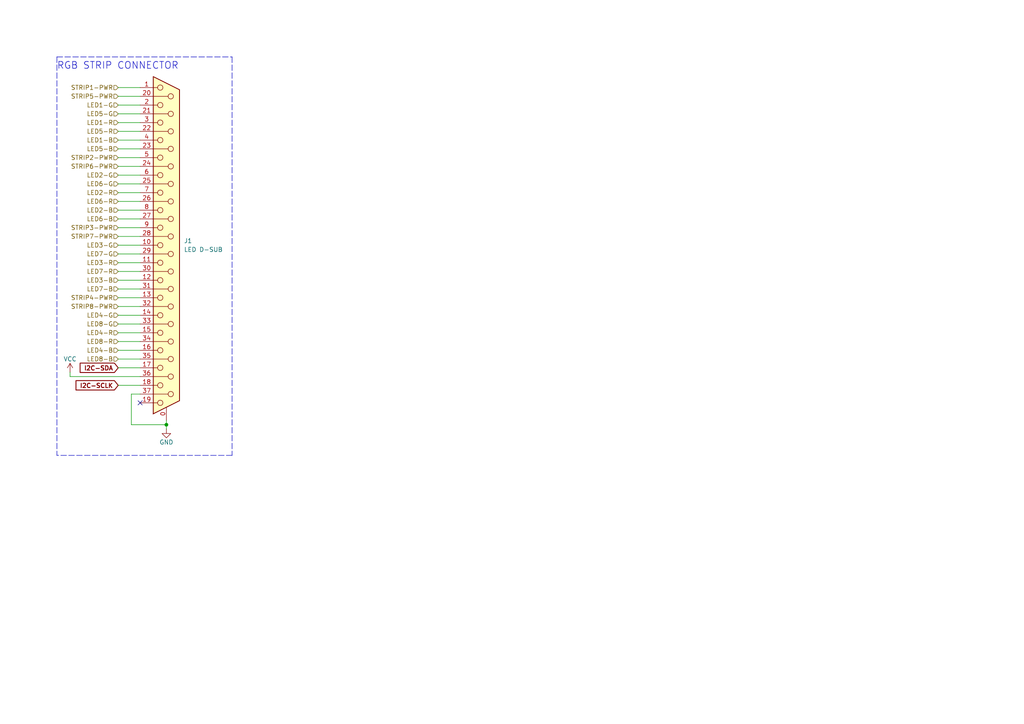
<source format=kicad_sch>
(kicad_sch (version 20211123) (generator eeschema)

  (uuid e8079b1f-88f2-4bf2-81f4-695f64cfde46)

  (paper "A4")

  (title_block
    (title "LightDrum")
    (rev "REV8")
    (company "Daxxn Industries")
  )

  (lib_symbols
    (symbol "Connector:DB37_Female_MountingHoles" (pin_names (offset 1.016) hide) (in_bom yes) (on_board yes)
      (property "Reference" "J" (id 0) (at 0 52.07 0)
        (effects (font (size 1.27 1.27)))
      )
      (property "Value" "DB37_Female_MountingHoles" (id 1) (at 0 50.165 0)
        (effects (font (size 1.27 1.27)))
      )
      (property "Footprint" "" (id 2) (at 0 0 0)
        (effects (font (size 1.27 1.27)) hide)
      )
      (property "Datasheet" " ~" (id 3) (at 0 0 0)
        (effects (font (size 1.27 1.27)) hide)
      )
      (property "ki_keywords" "female D-SUB connector" (id 4) (at 0 0 0)
        (effects (font (size 1.27 1.27)) hide)
      )
      (property "ki_description" "37-pin female D-SUB connector, Mounting Hole" (id 5) (at 0 0 0)
        (effects (font (size 1.27 1.27)) hide)
      )
      (property "ki_fp_filters" "DSUB*Female*" (id 6) (at 0 0 0)
        (effects (font (size 1.27 1.27)) hide)
      )
      (symbol "DB37_Female_MountingHoles_0_1"
        (circle (center -1.778 -45.72) (radius 0.762)
          (stroke (width 0) (type default) (color 0 0 0 0))
          (fill (type none))
        )
        (circle (center -1.778 -40.64) (radius 0.762)
          (stroke (width 0) (type default) (color 0 0 0 0))
          (fill (type none))
        )
        (circle (center -1.778 -35.56) (radius 0.762)
          (stroke (width 0) (type default) (color 0 0 0 0))
          (fill (type none))
        )
        (circle (center -1.778 -30.48) (radius 0.762)
          (stroke (width 0) (type default) (color 0 0 0 0))
          (fill (type none))
        )
        (circle (center -1.778 -25.4) (radius 0.762)
          (stroke (width 0) (type default) (color 0 0 0 0))
          (fill (type none))
        )
        (circle (center -1.778 -20.32) (radius 0.762)
          (stroke (width 0) (type default) (color 0 0 0 0))
          (fill (type none))
        )
        (circle (center -1.778 -15.24) (radius 0.762)
          (stroke (width 0) (type default) (color 0 0 0 0))
          (fill (type none))
        )
        (circle (center -1.778 -10.16) (radius 0.762)
          (stroke (width 0) (type default) (color 0 0 0 0))
          (fill (type none))
        )
        (circle (center -1.778 -5.08) (radius 0.762)
          (stroke (width 0) (type default) (color 0 0 0 0))
          (fill (type none))
        )
        (circle (center -1.778 0) (radius 0.762)
          (stroke (width 0) (type default) (color 0 0 0 0))
          (fill (type none))
        )
        (circle (center -1.778 5.08) (radius 0.762)
          (stroke (width 0) (type default) (color 0 0 0 0))
          (fill (type none))
        )
        (circle (center -1.778 10.16) (radius 0.762)
          (stroke (width 0) (type default) (color 0 0 0 0))
          (fill (type none))
        )
        (circle (center -1.778 15.24) (radius 0.762)
          (stroke (width 0) (type default) (color 0 0 0 0))
          (fill (type none))
        )
        (circle (center -1.778 20.32) (radius 0.762)
          (stroke (width 0) (type default) (color 0 0 0 0))
          (fill (type none))
        )
        (circle (center -1.778 25.4) (radius 0.762)
          (stroke (width 0) (type default) (color 0 0 0 0))
          (fill (type none))
        )
        (circle (center -1.778 30.48) (radius 0.762)
          (stroke (width 0) (type default) (color 0 0 0 0))
          (fill (type none))
        )
        (circle (center -1.778 35.56) (radius 0.762)
          (stroke (width 0) (type default) (color 0 0 0 0))
          (fill (type none))
        )
        (circle (center -1.778 40.64) (radius 0.762)
          (stroke (width 0) (type default) (color 0 0 0 0))
          (fill (type none))
        )
        (circle (center -1.778 45.72) (radius 0.762)
          (stroke (width 0) (type default) (color 0 0 0 0))
          (fill (type none))
        )
        (polyline
          (pts
            (xy -3.81 -45.72)
            (xy -2.54 -45.72)
          )
          (stroke (width 0) (type default) (color 0 0 0 0))
          (fill (type none))
        )
        (polyline
          (pts
            (xy -3.81 -43.18)
            (xy 0.508 -43.18)
          )
          (stroke (width 0) (type default) (color 0 0 0 0))
          (fill (type none))
        )
        (polyline
          (pts
            (xy -3.81 -40.64)
            (xy -2.54 -40.64)
          )
          (stroke (width 0) (type default) (color 0 0 0 0))
          (fill (type none))
        )
        (polyline
          (pts
            (xy -3.81 -38.1)
            (xy 0.508 -38.1)
          )
          (stroke (width 0) (type default) (color 0 0 0 0))
          (fill (type none))
        )
        (polyline
          (pts
            (xy -3.81 -35.56)
            (xy -2.54 -35.56)
          )
          (stroke (width 0) (type default) (color 0 0 0 0))
          (fill (type none))
        )
        (polyline
          (pts
            (xy -3.81 -33.02)
            (xy 0.508 -33.02)
          )
          (stroke (width 0) (type default) (color 0 0 0 0))
          (fill (type none))
        )
        (polyline
          (pts
            (xy -3.81 -30.48)
            (xy -2.54 -30.48)
          )
          (stroke (width 0) (type default) (color 0 0 0 0))
          (fill (type none))
        )
        (polyline
          (pts
            (xy -3.81 -27.94)
            (xy 0.508 -27.94)
          )
          (stroke (width 0) (type default) (color 0 0 0 0))
          (fill (type none))
        )
        (polyline
          (pts
            (xy -3.81 -25.4)
            (xy -2.54 -25.4)
          )
          (stroke (width 0) (type default) (color 0 0 0 0))
          (fill (type none))
        )
        (polyline
          (pts
            (xy -3.81 -22.86)
            (xy 0.508 -22.86)
          )
          (stroke (width 0) (type default) (color 0 0 0 0))
          (fill (type none))
        )
        (polyline
          (pts
            (xy -3.81 -20.32)
            (xy -2.54 -20.32)
          )
          (stroke (width 0) (type default) (color 0 0 0 0))
          (fill (type none))
        )
        (polyline
          (pts
            (xy -3.81 -17.78)
            (xy 0.508 -17.78)
          )
          (stroke (width 0) (type default) (color 0 0 0 0))
          (fill (type none))
        )
        (polyline
          (pts
            (xy -3.81 -15.24)
            (xy -2.54 -15.24)
          )
          (stroke (width 0) (type default) (color 0 0 0 0))
          (fill (type none))
        )
        (polyline
          (pts
            (xy -3.81 -12.7)
            (xy 0.508 -12.7)
          )
          (stroke (width 0) (type default) (color 0 0 0 0))
          (fill (type none))
        )
        (polyline
          (pts
            (xy -3.81 -10.16)
            (xy -2.54 -10.16)
          )
          (stroke (width 0) (type default) (color 0 0 0 0))
          (fill (type none))
        )
        (polyline
          (pts
            (xy -3.81 -7.62)
            (xy 0.508 -7.62)
          )
          (stroke (width 0) (type default) (color 0 0 0 0))
          (fill (type none))
        )
        (polyline
          (pts
            (xy -3.81 -5.08)
            (xy -2.54 -5.08)
          )
          (stroke (width 0) (type default) (color 0 0 0 0))
          (fill (type none))
        )
        (polyline
          (pts
            (xy -3.81 -2.54)
            (xy 0.508 -2.54)
          )
          (stroke (width 0) (type default) (color 0 0 0 0))
          (fill (type none))
        )
        (polyline
          (pts
            (xy -3.81 0)
            (xy -2.54 0)
          )
          (stroke (width 0) (type default) (color 0 0 0 0))
          (fill (type none))
        )
        (polyline
          (pts
            (xy -3.81 2.54)
            (xy 0.508 2.54)
          )
          (stroke (width 0) (type default) (color 0 0 0 0))
          (fill (type none))
        )
        (polyline
          (pts
            (xy -3.81 5.08)
            (xy -2.54 5.08)
          )
          (stroke (width 0) (type default) (color 0 0 0 0))
          (fill (type none))
        )
        (polyline
          (pts
            (xy -3.81 7.62)
            (xy 0.508 7.62)
          )
          (stroke (width 0) (type default) (color 0 0 0 0))
          (fill (type none))
        )
        (polyline
          (pts
            (xy -3.81 10.16)
            (xy -2.54 10.16)
          )
          (stroke (width 0) (type default) (color 0 0 0 0))
          (fill (type none))
        )
        (polyline
          (pts
            (xy -3.81 12.7)
            (xy 0.508 12.7)
          )
          (stroke (width 0) (type default) (color 0 0 0 0))
          (fill (type none))
        )
        (polyline
          (pts
            (xy -3.81 15.24)
            (xy -2.54 15.24)
          )
          (stroke (width 0) (type default) (color 0 0 0 0))
          (fill (type none))
        )
        (polyline
          (pts
            (xy -3.81 17.78)
            (xy 0.508 17.78)
          )
          (stroke (width 0) (type default) (color 0 0 0 0))
          (fill (type none))
        )
        (polyline
          (pts
            (xy -3.81 20.32)
            (xy -2.54 20.32)
          )
          (stroke (width 0) (type default) (color 0 0 0 0))
          (fill (type none))
        )
        (polyline
          (pts
            (xy -3.81 22.86)
            (xy 0.508 22.86)
          )
          (stroke (width 0) (type default) (color 0 0 0 0))
          (fill (type none))
        )
        (polyline
          (pts
            (xy -3.81 25.4)
            (xy -2.54 25.4)
          )
          (stroke (width 0) (type default) (color 0 0 0 0))
          (fill (type none))
        )
        (polyline
          (pts
            (xy -3.81 27.94)
            (xy 0.508 27.94)
          )
          (stroke (width 0) (type default) (color 0 0 0 0))
          (fill (type none))
        )
        (polyline
          (pts
            (xy -3.81 30.48)
            (xy -2.54 30.48)
          )
          (stroke (width 0) (type default) (color 0 0 0 0))
          (fill (type none))
        )
        (polyline
          (pts
            (xy -3.81 33.02)
            (xy 0.508 33.02)
          )
          (stroke (width 0) (type default) (color 0 0 0 0))
          (fill (type none))
        )
        (polyline
          (pts
            (xy -3.81 35.56)
            (xy -2.54 35.56)
          )
          (stroke (width 0) (type default) (color 0 0 0 0))
          (fill (type none))
        )
        (polyline
          (pts
            (xy -3.81 38.1)
            (xy 0.508 38.1)
          )
          (stroke (width 0) (type default) (color 0 0 0 0))
          (fill (type none))
        )
        (polyline
          (pts
            (xy -3.81 40.64)
            (xy -2.54 40.64)
          )
          (stroke (width 0) (type default) (color 0 0 0 0))
          (fill (type none))
        )
        (polyline
          (pts
            (xy -3.81 43.18)
            (xy 0.508 43.18)
          )
          (stroke (width 0) (type default) (color 0 0 0 0))
          (fill (type none))
        )
        (polyline
          (pts
            (xy -3.81 45.72)
            (xy -2.54 45.72)
          )
          (stroke (width 0) (type default) (color 0 0 0 0))
          (fill (type none))
        )
        (polyline
          (pts
            (xy -3.81 -48.895)
            (xy 3.81 -45.085)
            (xy 3.81 45.085)
            (xy -3.81 48.895)
            (xy -3.81 -48.895)
          )
          (stroke (width 0.254) (type default) (color 0 0 0 0))
          (fill (type background))
        )
        (circle (center 1.27 -43.18) (radius 0.762)
          (stroke (width 0) (type default) (color 0 0 0 0))
          (fill (type none))
        )
        (circle (center 1.27 -38.1) (radius 0.762)
          (stroke (width 0) (type default) (color 0 0 0 0))
          (fill (type none))
        )
        (circle (center 1.27 -33.02) (radius 0.762)
          (stroke (width 0) (type default) (color 0 0 0 0))
          (fill (type none))
        )
        (circle (center 1.27 -27.94) (radius 0.762)
          (stroke (width 0) (type default) (color 0 0 0 0))
          (fill (type none))
        )
        (circle (center 1.27 -22.86) (radius 0.762)
          (stroke (width 0) (type default) (color 0 0 0 0))
          (fill (type none))
        )
        (circle (center 1.27 -17.78) (radius 0.762)
          (stroke (width 0) (type default) (color 0 0 0 0))
          (fill (type none))
        )
        (circle (center 1.27 -12.7) (radius 0.762)
          (stroke (width 0) (type default) (color 0 0 0 0))
          (fill (type none))
        )
        (circle (center 1.27 -7.62) (radius 0.762)
          (stroke (width 0) (type default) (color 0 0 0 0))
          (fill (type none))
        )
        (circle (center 1.27 -2.54) (radius 0.762)
          (stroke (width 0) (type default) (color 0 0 0 0))
          (fill (type none))
        )
        (circle (center 1.27 2.54) (radius 0.762)
          (stroke (width 0) (type default) (color 0 0 0 0))
          (fill (type none))
        )
        (circle (center 1.27 7.62) (radius 0.762)
          (stroke (width 0) (type default) (color 0 0 0 0))
          (fill (type none))
        )
        (circle (center 1.27 12.7) (radius 0.762)
          (stroke (width 0) (type default) (color 0 0 0 0))
          (fill (type none))
        )
        (circle (center 1.27 17.78) (radius 0.762)
          (stroke (width 0) (type default) (color 0 0 0 0))
          (fill (type none))
        )
        (circle (center 1.27 22.86) (radius 0.762)
          (stroke (width 0) (type default) (color 0 0 0 0))
          (fill (type none))
        )
        (circle (center 1.27 27.94) (radius 0.762)
          (stroke (width 0) (type default) (color 0 0 0 0))
          (fill (type none))
        )
        (circle (center 1.27 33.02) (radius 0.762)
          (stroke (width 0) (type default) (color 0 0 0 0))
          (fill (type none))
        )
        (circle (center 1.27 38.1) (radius 0.762)
          (stroke (width 0) (type default) (color 0 0 0 0))
          (fill (type none))
        )
        (circle (center 1.27 43.18) (radius 0.762)
          (stroke (width 0) (type default) (color 0 0 0 0))
          (fill (type none))
        )
      )
      (symbol "DB37_Female_MountingHoles_1_1"
        (pin passive line (at 0 -50.8 90) (length 3.81)
          (name "PAD" (effects (font (size 1.27 1.27))))
          (number "0" (effects (font (size 1.27 1.27))))
        )
        (pin passive line (at -7.62 45.72 0) (length 3.81)
          (name "1" (effects (font (size 1.27 1.27))))
          (number "1" (effects (font (size 1.27 1.27))))
        )
        (pin passive line (at -7.62 0 0) (length 3.81)
          (name "10" (effects (font (size 1.27 1.27))))
          (number "10" (effects (font (size 1.27 1.27))))
        )
        (pin passive line (at -7.62 -5.08 0) (length 3.81)
          (name "11" (effects (font (size 1.27 1.27))))
          (number "11" (effects (font (size 1.27 1.27))))
        )
        (pin passive line (at -7.62 -10.16 0) (length 3.81)
          (name "12" (effects (font (size 1.27 1.27))))
          (number "12" (effects (font (size 1.27 1.27))))
        )
        (pin passive line (at -7.62 -15.24 0) (length 3.81)
          (name "13" (effects (font (size 1.27 1.27))))
          (number "13" (effects (font (size 1.27 1.27))))
        )
        (pin passive line (at -7.62 -20.32 0) (length 3.81)
          (name "14" (effects (font (size 1.27 1.27))))
          (number "14" (effects (font (size 1.27 1.27))))
        )
        (pin passive line (at -7.62 -25.4 0) (length 3.81)
          (name "15" (effects (font (size 1.27 1.27))))
          (number "15" (effects (font (size 1.27 1.27))))
        )
        (pin passive line (at -7.62 -30.48 0) (length 3.81)
          (name "16" (effects (font (size 1.27 1.27))))
          (number "16" (effects (font (size 1.27 1.27))))
        )
        (pin passive line (at -7.62 -35.56 0) (length 3.81)
          (name "17" (effects (font (size 1.27 1.27))))
          (number "17" (effects (font (size 1.27 1.27))))
        )
        (pin passive line (at -7.62 -40.64 0) (length 3.81)
          (name "18" (effects (font (size 1.27 1.27))))
          (number "18" (effects (font (size 1.27 1.27))))
        )
        (pin passive line (at -7.62 -45.72 0) (length 3.81)
          (name "19" (effects (font (size 1.27 1.27))))
          (number "19" (effects (font (size 1.27 1.27))))
        )
        (pin passive line (at -7.62 40.64 0) (length 3.81)
          (name "2" (effects (font (size 1.27 1.27))))
          (number "2" (effects (font (size 1.27 1.27))))
        )
        (pin passive line (at -7.62 43.18 0) (length 3.81)
          (name "20" (effects (font (size 1.27 1.27))))
          (number "20" (effects (font (size 1.27 1.27))))
        )
        (pin passive line (at -7.62 38.1 0) (length 3.81)
          (name "21" (effects (font (size 1.27 1.27))))
          (number "21" (effects (font (size 1.27 1.27))))
        )
        (pin passive line (at -7.62 33.02 0) (length 3.81)
          (name "22" (effects (font (size 1.27 1.27))))
          (number "22" (effects (font (size 1.27 1.27))))
        )
        (pin passive line (at -7.62 27.94 0) (length 3.81)
          (name "23" (effects (font (size 1.27 1.27))))
          (number "23" (effects (font (size 1.27 1.27))))
        )
        (pin passive line (at -7.62 22.86 0) (length 3.81)
          (name "24" (effects (font (size 1.27 1.27))))
          (number "24" (effects (font (size 1.27 1.27))))
        )
        (pin passive line (at -7.62 17.78 0) (length 3.81)
          (name "25" (effects (font (size 1.27 1.27))))
          (number "25" (effects (font (size 1.27 1.27))))
        )
        (pin passive line (at -7.62 12.7 0) (length 3.81)
          (name "26" (effects (font (size 1.27 1.27))))
          (number "26" (effects (font (size 1.27 1.27))))
        )
        (pin passive line (at -7.62 7.62 0) (length 3.81)
          (name "27" (effects (font (size 1.27 1.27))))
          (number "27" (effects (font (size 1.27 1.27))))
        )
        (pin passive line (at -7.62 2.54 0) (length 3.81)
          (name "28" (effects (font (size 1.27 1.27))))
          (number "28" (effects (font (size 1.27 1.27))))
        )
        (pin passive line (at -7.62 -2.54 0) (length 3.81)
          (name "29" (effects (font (size 1.27 1.27))))
          (number "29" (effects (font (size 1.27 1.27))))
        )
        (pin passive line (at -7.62 35.56 0) (length 3.81)
          (name "3" (effects (font (size 1.27 1.27))))
          (number "3" (effects (font (size 1.27 1.27))))
        )
        (pin passive line (at -7.62 -7.62 0) (length 3.81)
          (name "30" (effects (font (size 1.27 1.27))))
          (number "30" (effects (font (size 1.27 1.27))))
        )
        (pin passive line (at -7.62 -12.7 0) (length 3.81)
          (name "31" (effects (font (size 1.27 1.27))))
          (number "31" (effects (font (size 1.27 1.27))))
        )
        (pin passive line (at -7.62 -17.78 0) (length 3.81)
          (name "32" (effects (font (size 1.27 1.27))))
          (number "32" (effects (font (size 1.27 1.27))))
        )
        (pin passive line (at -7.62 -22.86 0) (length 3.81)
          (name "33" (effects (font (size 1.27 1.27))))
          (number "33" (effects (font (size 1.27 1.27))))
        )
        (pin passive line (at -7.62 -27.94 0) (length 3.81)
          (name "34" (effects (font (size 1.27 1.27))))
          (number "34" (effects (font (size 1.27 1.27))))
        )
        (pin passive line (at -7.62 -33.02 0) (length 3.81)
          (name "35" (effects (font (size 1.27 1.27))))
          (number "35" (effects (font (size 1.27 1.27))))
        )
        (pin passive line (at -7.62 -38.1 0) (length 3.81)
          (name "36" (effects (font (size 1.27 1.27))))
          (number "36" (effects (font (size 1.27 1.27))))
        )
        (pin passive line (at -7.62 -43.18 0) (length 3.81)
          (name "37" (effects (font (size 1.27 1.27))))
          (number "37" (effects (font (size 1.27 1.27))))
        )
        (pin passive line (at -7.62 30.48 0) (length 3.81)
          (name "4" (effects (font (size 1.27 1.27))))
          (number "4" (effects (font (size 1.27 1.27))))
        )
        (pin passive line (at -7.62 25.4 0) (length 3.81)
          (name "5" (effects (font (size 1.27 1.27))))
          (number "5" (effects (font (size 1.27 1.27))))
        )
        (pin passive line (at -7.62 20.32 0) (length 3.81)
          (name "6" (effects (font (size 1.27 1.27))))
          (number "6" (effects (font (size 1.27 1.27))))
        )
        (pin passive line (at -7.62 15.24 0) (length 3.81)
          (name "7" (effects (font (size 1.27 1.27))))
          (number "7" (effects (font (size 1.27 1.27))))
        )
        (pin passive line (at -7.62 10.16 0) (length 3.81)
          (name "8" (effects (font (size 1.27 1.27))))
          (number "8" (effects (font (size 1.27 1.27))))
        )
        (pin passive line (at -7.62 5.08 0) (length 3.81)
          (name "9" (effects (font (size 1.27 1.27))))
          (number "9" (effects (font (size 1.27 1.27))))
        )
      )
    )
    (symbol "power:GND" (power) (pin_names (offset 0)) (in_bom yes) (on_board yes)
      (property "Reference" "#PWR" (id 0) (at 0 -6.35 0)
        (effects (font (size 1.27 1.27)) hide)
      )
      (property "Value" "GND" (id 1) (at 0 -3.81 0)
        (effects (font (size 1.27 1.27)))
      )
      (property "Footprint" "" (id 2) (at 0 0 0)
        (effects (font (size 1.27 1.27)) hide)
      )
      (property "Datasheet" "" (id 3) (at 0 0 0)
        (effects (font (size 1.27 1.27)) hide)
      )
      (property "ki_keywords" "power-flag" (id 4) (at 0 0 0)
        (effects (font (size 1.27 1.27)) hide)
      )
      (property "ki_description" "Power symbol creates a global label with name \"GND\" , ground" (id 5) (at 0 0 0)
        (effects (font (size 1.27 1.27)) hide)
      )
      (symbol "GND_0_1"
        (polyline
          (pts
            (xy 0 0)
            (xy 0 -1.27)
            (xy 1.27 -1.27)
            (xy 0 -2.54)
            (xy -1.27 -1.27)
            (xy 0 -1.27)
          )
          (stroke (width 0) (type default) (color 0 0 0 0))
          (fill (type none))
        )
      )
      (symbol "GND_1_1"
        (pin power_in line (at 0 0 270) (length 0) hide
          (name "GND" (effects (font (size 1.27 1.27))))
          (number "1" (effects (font (size 1.27 1.27))))
        )
      )
    )
    (symbol "power:VCC" (power) (pin_names (offset 0)) (in_bom yes) (on_board yes)
      (property "Reference" "#PWR" (id 0) (at 0 -3.81 0)
        (effects (font (size 1.27 1.27)) hide)
      )
      (property "Value" "VCC" (id 1) (at 0 3.81 0)
        (effects (font (size 1.27 1.27)))
      )
      (property "Footprint" "" (id 2) (at 0 0 0)
        (effects (font (size 1.27 1.27)) hide)
      )
      (property "Datasheet" "" (id 3) (at 0 0 0)
        (effects (font (size 1.27 1.27)) hide)
      )
      (property "ki_keywords" "power-flag" (id 4) (at 0 0 0)
        (effects (font (size 1.27 1.27)) hide)
      )
      (property "ki_description" "Power symbol creates a global label with name \"VCC\"" (id 5) (at 0 0 0)
        (effects (font (size 1.27 1.27)) hide)
      )
      (symbol "VCC_0_1"
        (polyline
          (pts
            (xy -0.762 1.27)
            (xy 0 2.54)
          )
          (stroke (width 0) (type default) (color 0 0 0 0))
          (fill (type none))
        )
        (polyline
          (pts
            (xy 0 0)
            (xy 0 2.54)
          )
          (stroke (width 0) (type default) (color 0 0 0 0))
          (fill (type none))
        )
        (polyline
          (pts
            (xy 0 2.54)
            (xy 0.762 1.27)
          )
          (stroke (width 0) (type default) (color 0 0 0 0))
          (fill (type none))
        )
      )
      (symbol "VCC_1_1"
        (pin power_in line (at 0 0 90) (length 0) hide
          (name "VCC" (effects (font (size 1.27 1.27))))
          (number "1" (effects (font (size 1.27 1.27))))
        )
      )
    )
  )

  (junction (at 48.26 123.19) (diameter 0) (color 0 0 0 0)
    (uuid 823719ce-52df-412d-9935-098864d6c61a)
  )

  (no_connect (at 40.64 116.84) (uuid 55e41235-de13-4b90-94a2-04e29687426f))

  (wire (pts (xy 34.29 27.94) (xy 40.64 27.94))
    (stroke (width 0) (type default) (color 0 0 0 0))
    (uuid 04bfacd5-7995-40cd-8ee2-374dc11c6ac6)
  )
  (wire (pts (xy 34.29 35.56) (xy 40.64 35.56))
    (stroke (width 0) (type default) (color 0 0 0 0))
    (uuid 1a04a4fa-81ba-405e-8900-2b41c6437656)
  )
  (wire (pts (xy 34.29 50.8) (xy 40.64 50.8))
    (stroke (width 0) (type default) (color 0 0 0 0))
    (uuid 1a8644b3-d58a-4f1a-858c-b66b664c6d5b)
  )
  (polyline (pts (xy 16.51 16.51) (xy 16.51 132.08))
    (stroke (width 0) (type default) (color 0 0 0 0))
    (uuid 228404e9-5889-4e85-ad0b-439a23ed834d)
  )
  (polyline (pts (xy 67.31 132.08) (xy 16.51 132.08))
    (stroke (width 0) (type default) (color 0 0 0 0))
    (uuid 2a542252-95f9-4f87-9884-83fc90e068e3)
  )

  (wire (pts (xy 34.29 76.2) (xy 40.64 76.2))
    (stroke (width 0) (type default) (color 0 0 0 0))
    (uuid 44ae7ac7-bf21-4ed2-af32-57f9585fd66f)
  )
  (wire (pts (xy 34.29 88.9) (xy 40.64 88.9))
    (stroke (width 0) (type default) (color 0 0 0 0))
    (uuid 468f9cc6-ee46-4d03-ae2f-2f5900233f71)
  )
  (wire (pts (xy 34.29 58.42) (xy 40.64 58.42))
    (stroke (width 0) (type default) (color 0 0 0 0))
    (uuid 46ce208a-1920-4b82-a18d-b3d48796d50f)
  )
  (wire (pts (xy 38.1 123.19) (xy 38.1 114.3))
    (stroke (width 0) (type default) (color 0 0 0 0))
    (uuid 474c2c7b-9c6e-423e-8d70-e0645e4ea671)
  )
  (wire (pts (xy 34.29 40.64) (xy 40.64 40.64))
    (stroke (width 0) (type default) (color 0 0 0 0))
    (uuid 47fe85d9-2632-45d6-b6b5-9e2018156a80)
  )
  (wire (pts (xy 48.26 123.19) (xy 48.26 124.46))
    (stroke (width 0) (type default) (color 0 0 0 0))
    (uuid 53ce6f38-8dff-453c-858d-cf11daac6fbf)
  )
  (wire (pts (xy 34.29 33.02) (xy 40.64 33.02))
    (stroke (width 0) (type default) (color 0 0 0 0))
    (uuid 5e262486-fac5-42f8-985f-a4b6e64f6f1a)
  )
  (wire (pts (xy 34.29 71.12) (xy 40.64 71.12))
    (stroke (width 0) (type default) (color 0 0 0 0))
    (uuid 70a9b7a4-6899-4b4b-b050-8fbf797df8a5)
  )
  (wire (pts (xy 34.29 48.26) (xy 40.64 48.26))
    (stroke (width 0) (type default) (color 0 0 0 0))
    (uuid 79d40bac-6edb-4485-be0c-995780242d20)
  )
  (wire (pts (xy 34.29 91.44) (xy 40.64 91.44))
    (stroke (width 0) (type default) (color 0 0 0 0))
    (uuid 7af13073-0de9-4006-a0c5-cbfbfee0f154)
  )
  (wire (pts (xy 34.29 25.4) (xy 40.64 25.4))
    (stroke (width 0) (type default) (color 0 0 0 0))
    (uuid 7c38a2fa-58e3-472f-87e8-75a6e13d2efd)
  )
  (wire (pts (xy 48.26 121.92) (xy 48.26 123.19))
    (stroke (width 0) (type default) (color 0 0 0 0))
    (uuid 8882423e-a8a8-4103-a10a-981a6368de48)
  )
  (wire (pts (xy 34.29 43.18) (xy 40.64 43.18))
    (stroke (width 0) (type default) (color 0 0 0 0))
    (uuid 8e66cf55-81ac-4f44-bc78-7535cecef8c2)
  )
  (polyline (pts (xy 16.51 16.51) (xy 67.31 16.51))
    (stroke (width 0) (type default) (color 0 0 0 0))
    (uuid 8eb886a0-63a9-47e0-a3da-19513859bc58)
  )

  (wire (pts (xy 34.29 53.34) (xy 40.64 53.34))
    (stroke (width 0) (type default) (color 0 0 0 0))
    (uuid 922f1723-db3e-4979-b61c-4a741a69c79d)
  )
  (wire (pts (xy 34.29 66.04) (xy 40.64 66.04))
    (stroke (width 0) (type default) (color 0 0 0 0))
    (uuid 92f1c792-5a2b-4283-b2a4-943ff8a99132)
  )
  (wire (pts (xy 34.29 101.6) (xy 40.64 101.6))
    (stroke (width 0) (type default) (color 0 0 0 0))
    (uuid a0b5fa66-3a68-479d-8983-f5cfe042e338)
  )
  (wire (pts (xy 34.29 63.5) (xy 40.64 63.5))
    (stroke (width 0) (type default) (color 0 0 0 0))
    (uuid a2bf624a-a661-454d-9964-fd93de0ac299)
  )
  (wire (pts (xy 34.29 83.82) (xy 40.64 83.82))
    (stroke (width 0) (type default) (color 0 0 0 0))
    (uuid a69e7bbe-0c3c-470c-8611-db3c90c1d84e)
  )
  (wire (pts (xy 34.29 111.76) (xy 40.64 111.76))
    (stroke (width 0) (type default) (color 0 0 0 0))
    (uuid a8a4eb79-cf51-4ab5-84a1-efdf4dc0240d)
  )
  (wire (pts (xy 34.29 73.66) (xy 40.64 73.66))
    (stroke (width 0) (type default) (color 0 0 0 0))
    (uuid b0bd5658-2538-4381-9490-e83a2d354c6e)
  )
  (wire (pts (xy 34.29 78.74) (xy 40.64 78.74))
    (stroke (width 0) (type default) (color 0 0 0 0))
    (uuid b2ecb5dc-e5e8-4701-a412-f1f197756a70)
  )
  (wire (pts (xy 34.29 86.36) (xy 40.64 86.36))
    (stroke (width 0) (type default) (color 0 0 0 0))
    (uuid bdefee62-a46d-4184-a7e4-1ae040010b58)
  )
  (wire (pts (xy 34.29 81.28) (xy 40.64 81.28))
    (stroke (width 0) (type default) (color 0 0 0 0))
    (uuid c1c6b668-fa98-4859-ba7e-2a2a3632996a)
  )
  (wire (pts (xy 34.29 60.96) (xy 40.64 60.96))
    (stroke (width 0) (type default) (color 0 0 0 0))
    (uuid c695c10e-0cca-4c7e-a871-5598b11b6860)
  )
  (wire (pts (xy 34.29 93.98) (xy 40.64 93.98))
    (stroke (width 0) (type default) (color 0 0 0 0))
    (uuid c9375d22-c50d-4f28-aea8-dfe7e1e02b48)
  )
  (wire (pts (xy 34.29 68.58) (xy 40.64 68.58))
    (stroke (width 0) (type default) (color 0 0 0 0))
    (uuid d304b215-4606-4a49-a737-501ba29767c3)
  )
  (wire (pts (xy 38.1 114.3) (xy 40.64 114.3))
    (stroke (width 0) (type default) (color 0 0 0 0))
    (uuid d5144c6e-bc38-4478-a65a-e6178674e97f)
  )
  (wire (pts (xy 34.29 30.48) (xy 40.64 30.48))
    (stroke (width 0) (type default) (color 0 0 0 0))
    (uuid d99cd7fe-ce05-4b44-9383-7d75f917186c)
  )
  (wire (pts (xy 48.26 123.19) (xy 38.1 123.19))
    (stroke (width 0) (type default) (color 0 0 0 0))
    (uuid dbc7d392-de85-4ce5-a5fd-5caa242324d1)
  )
  (wire (pts (xy 34.29 99.06) (xy 40.64 99.06))
    (stroke (width 0) (type default) (color 0 0 0 0))
    (uuid e0e2fb03-33ec-4778-93aa-cb40e1b5cd09)
  )
  (wire (pts (xy 34.29 106.68) (xy 40.64 106.68))
    (stroke (width 0) (type default) (color 0 0 0 0))
    (uuid e64f4312-0650-447f-a11a-538e71c65901)
  )
  (polyline (pts (xy 67.31 16.51) (xy 67.31 132.08))
    (stroke (width 0) (type default) (color 0 0 0 0))
    (uuid e9dd8fcd-3900-48ad-aa22-e24ace21ff9d)
  )

  (wire (pts (xy 20.32 107.95) (xy 20.32 109.22))
    (stroke (width 0) (type default) (color 0 0 0 0))
    (uuid ecf4b042-002a-403e-84ab-4610cdf2d67a)
  )
  (wire (pts (xy 20.32 109.22) (xy 40.64 109.22))
    (stroke (width 0) (type default) (color 0 0 0 0))
    (uuid edd04fbc-4801-4696-82e9-f201c41c3121)
  )
  (wire (pts (xy 34.29 55.88) (xy 40.64 55.88))
    (stroke (width 0) (type default) (color 0 0 0 0))
    (uuid f116ce94-f8b0-4852-9c89-b0ad21439d48)
  )
  (wire (pts (xy 34.29 38.1) (xy 40.64 38.1))
    (stroke (width 0) (type default) (color 0 0 0 0))
    (uuid f254d2c9-5d66-4632-81a2-e131a6dd4eeb)
  )
  (wire (pts (xy 34.29 104.14) (xy 40.64 104.14))
    (stroke (width 0) (type default) (color 0 0 0 0))
    (uuid fa6e216d-3500-4bbb-9037-98d71a22584d)
  )
  (wire (pts (xy 34.29 96.52) (xy 40.64 96.52))
    (stroke (width 0) (type default) (color 0 0 0 0))
    (uuid fa7569d0-0daf-421d-9925-2b6325b0750c)
  )
  (wire (pts (xy 34.29 45.72) (xy 40.64 45.72))
    (stroke (width 0) (type default) (color 0 0 0 0))
    (uuid fc91834e-35d6-4c44-a682-6ff8abe58a56)
  )

  (text "RGB STRIP CONNECTOR" (at 16.51 20.32 0)
    (effects (font (size 2 2)) (justify left bottom))
    (uuid 49c4cefe-4bf9-4221-9430-08e9f3d65ac7)
  )

  (global_label "I2C-SCLK" (shape input) (at 34.29 111.76 180) (fields_autoplaced)
    (effects (font (size 1.27 1.27) (thickness 0.254) bold) (justify right))
    (uuid 8baeda3d-3b6a-4e70-bbed-975fbfe0cc27)
    (property "Intersheet References" "${INTERSHEET_REFS}" (id 0) (at 22.2522 111.633 0)
      (effects (font (size 1.27 1.27) (thickness 0.254) bold) (justify right) hide)
    )
  )
  (global_label "I2C-SDA" (shape input) (at 34.29 106.68 180) (fields_autoplaced)
    (effects (font (size 1.27 1.27) (thickness 0.254) bold) (justify right))
    (uuid 9427bbca-7c88-4124-b3b4-347d253c0f15)
    (property "Intersheet References" "${INTERSHEET_REFS}" (id 0) (at 23.4617 106.553 0)
      (effects (font (size 1.27 1.27) (thickness 0.254) bold) (justify right) hide)
    )
  )

  (hierarchical_label "STRIP2-PWR" (shape input) (at 34.29 45.72 180)
    (effects (font (size 1.27 1.27)) (justify right))
    (uuid 00e3e761-3618-4656-8bdb-f62b07430cd6)
  )
  (hierarchical_label "STRIP1-PWR" (shape input) (at 34.29 25.4 180)
    (effects (font (size 1.27 1.27)) (justify right))
    (uuid 02ab6b07-677b-4d3f-9526-94f1848f24a1)
  )
  (hierarchical_label "LED4-G" (shape input) (at 34.29 91.44 180)
    (effects (font (size 1.27 1.27)) (justify right))
    (uuid 0ea8e42b-8386-4cfa-bbb9-7174818241ef)
  )
  (hierarchical_label "LED5-B" (shape input) (at 34.29 43.18 180)
    (effects (font (size 1.27 1.27)) (justify right))
    (uuid 0efd624a-5d29-4d92-9a46-98ff8f9c1218)
  )
  (hierarchical_label "LED3-G" (shape input) (at 34.29 71.12 180)
    (effects (font (size 1.27 1.27)) (justify right))
    (uuid 1ffdd407-32b7-4891-b39c-5d619c6f3dca)
  )
  (hierarchical_label "LED8-B" (shape input) (at 34.29 104.14 180)
    (effects (font (size 1.27 1.27)) (justify right))
    (uuid 287cdd7c-08c5-473e-b15a-220a910f71aa)
  )
  (hierarchical_label "STRIP5-PWR" (shape input) (at 34.29 27.94 180)
    (effects (font (size 1.27 1.27)) (justify right))
    (uuid 3daf5d1e-efed-4199-a1f9-488287d077ae)
  )
  (hierarchical_label "LED6-G" (shape input) (at 34.29 53.34 180)
    (effects (font (size 1.27 1.27)) (justify right))
    (uuid 4a397096-f9d8-41d2-9cdd-6d7e36354580)
  )
  (hierarchical_label "STRIP4-PWR" (shape input) (at 34.29 86.36 180)
    (effects (font (size 1.27 1.27)) (justify right))
    (uuid 5ae66df6-d9f7-417f-b426-08770e730484)
  )
  (hierarchical_label "LED3-B" (shape input) (at 34.29 81.28 180)
    (effects (font (size 1.27 1.27)) (justify right))
    (uuid 5b59dcb4-3e2c-4343-8908-016fd113d628)
  )
  (hierarchical_label "LED1-G" (shape input) (at 34.29 30.48 180)
    (effects (font (size 1.27 1.27)) (justify right))
    (uuid 66fbae49-acf3-4a3c-b5d5-4bb31250ac9b)
  )
  (hierarchical_label "STRIP6-PWR" (shape input) (at 34.29 48.26 180)
    (effects (font (size 1.27 1.27)) (justify right))
    (uuid 7da9d9d2-24e4-46ac-ace3-39ca99f07569)
  )
  (hierarchical_label "LED8-R" (shape input) (at 34.29 99.06 180)
    (effects (font (size 1.27 1.27)) (justify right))
    (uuid 88bbe2ec-0287-4afc-917e-b6cf5a5de1e5)
  )
  (hierarchical_label "LED2-R" (shape input) (at 34.29 55.88 180)
    (effects (font (size 1.27 1.27)) (justify right))
    (uuid 9215e518-3c73-4e89-9722-4a166dae8d37)
  )
  (hierarchical_label "STRIP7-PWR" (shape input) (at 34.29 68.58 180)
    (effects (font (size 1.27 1.27)) (justify right))
    (uuid 92288c99-455a-41f3-b9ad-1f932dd5a4e2)
  )
  (hierarchical_label "LED7-B" (shape input) (at 34.29 83.82 180)
    (effects (font (size 1.27 1.27)) (justify right))
    (uuid a0fc2c02-4a80-4c00-976c-f215bd6d9a81)
  )
  (hierarchical_label "LED5-G" (shape input) (at 34.29 33.02 180)
    (effects (font (size 1.27 1.27)) (justify right))
    (uuid a15dba49-3d5b-4051-93f2-b833a1714dc1)
  )
  (hierarchical_label "LED5-R" (shape input) (at 34.29 38.1 180)
    (effects (font (size 1.27 1.27)) (justify right))
    (uuid a49d738e-1e06-48ba-ae57-01e60f2afe8a)
  )
  (hierarchical_label "LED2-G" (shape input) (at 34.29 50.8 180)
    (effects (font (size 1.27 1.27)) (justify right))
    (uuid a4faeb0b-5cf2-43de-9b4a-fdfb02d8bca5)
  )
  (hierarchical_label "LED1-B" (shape input) (at 34.29 40.64 180)
    (effects (font (size 1.27 1.27)) (justify right))
    (uuid af2e2196-59a8-472e-a46b-01a01fed24fa)
  )
  (hierarchical_label "LED2-B" (shape input) (at 34.29 60.96 180)
    (effects (font (size 1.27 1.27)) (justify right))
    (uuid b3c3471f-789d-448f-ba98-c43993ca55e4)
  )
  (hierarchical_label "LED8-G" (shape input) (at 34.29 93.98 180)
    (effects (font (size 1.27 1.27)) (justify right))
    (uuid b9a938ac-e839-43fd-b9c8-4a2bfd6d8494)
  )
  (hierarchical_label "LED4-R" (shape input) (at 34.29 96.52 180)
    (effects (font (size 1.27 1.27)) (justify right))
    (uuid c8b67429-20ce-4796-9537-b1e30e61aa0e)
  )
  (hierarchical_label "LED4-B" (shape input) (at 34.29 101.6 180)
    (effects (font (size 1.27 1.27)) (justify right))
    (uuid cdc585fb-bfc0-4916-93d2-c05303981852)
  )
  (hierarchical_label "LED6-B" (shape input) (at 34.29 63.5 180)
    (effects (font (size 1.27 1.27)) (justify right))
    (uuid cece73f6-06cf-4a82-baed-2adca9ac5f5c)
  )
  (hierarchical_label "LED1-R" (shape input) (at 34.29 35.56 180)
    (effects (font (size 1.27 1.27)) (justify right))
    (uuid d2b826fd-ad87-4c25-aee8-fc80361aef21)
  )
  (hierarchical_label "LED7-G" (shape input) (at 34.29 73.66 180)
    (effects (font (size 1.27 1.27)) (justify right))
    (uuid dc02a369-afd6-4458-83de-b439e9e9c93b)
  )
  (hierarchical_label "LED7-R" (shape input) (at 34.29 78.74 180)
    (effects (font (size 1.27 1.27)) (justify right))
    (uuid e1561247-0c26-4c1c-a51b-4590685001ea)
  )
  (hierarchical_label "LED6-R" (shape input) (at 34.29 58.42 180)
    (effects (font (size 1.27 1.27)) (justify right))
    (uuid e6c5d33b-e29f-40d0-b633-c75e761b6abe)
  )
  (hierarchical_label "STRIP8-PWR" (shape input) (at 34.29 88.9 180)
    (effects (font (size 1.27 1.27)) (justify right))
    (uuid f7d4811e-d693-4e8f-943f-580692d62755)
  )
  (hierarchical_label "LED3-R" (shape input) (at 34.29 76.2 180)
    (effects (font (size 1.27 1.27)) (justify right))
    (uuid f8cf765a-3642-4a5b-a3e5-62a875d2cf74)
  )
  (hierarchical_label "STRIP3-PWR" (shape input) (at 34.29 66.04 180)
    (effects (font (size 1.27 1.27)) (justify right))
    (uuid faa923fe-cffb-4309-b617-818719d1982d)
  )

  (symbol (lib_id "power:VCC") (at 20.32 107.95 0) (unit 1)
    (in_bom yes) (on_board yes)
    (uuid 1412edf0-5773-45ac-b23f-e9e016839bd3)
    (property "Reference" "#PWR033" (id 0) (at 20.32 111.76 0)
      (effects (font (size 1.27 1.27)) hide)
    )
    (property "Value" "VCC" (id 1) (at 20.32 104.14 0))
    (property "Footprint" "" (id 2) (at 20.32 107.95 0)
      (effects (font (size 1.27 1.27)) hide)
    )
    (property "Datasheet" "" (id 3) (at 20.32 107.95 0)
      (effects (font (size 1.27 1.27)) hide)
    )
    (pin "1" (uuid 5fa8b10a-da4a-4ebf-be8d-d41f65a15170))
  )

  (symbol (lib_id "Connector:DB37_Female_MountingHoles") (at 48.26 71.12 0) (unit 1)
    (in_bom yes) (on_board yes) (fields_autoplaced)
    (uuid 2d483d0e-1838-4a38-a363-90ee6f31c465)
    (property "Reference" "J1" (id 0) (at 53.34 69.8499 0)
      (effects (font (size 1.27 1.27)) (justify left))
    )
    (property "Value" "LED D-SUB" (id 1) (at 53.34 72.3899 0)
      (effects (font (size 1.27 1.27)) (justify left))
    )
    (property "Footprint" "Daxxn_Connectors:DSUB-37-182-037-113R531" (id 2) (at 48.26 71.12 0)
      (effects (font (size 1.27 1.27)) hide)
    )
    (property "Datasheet" " ~" (id 3) (at 48.26 71.12 0)
      (effects (font (size 1.27 1.27)) hide)
    )
    (pin "0" (uuid be65ee07-b4e6-40b8-9359-81ee86c58fe4))
    (pin "1" (uuid 6190098e-4a64-4841-b03c-9f915266fc32))
    (pin "10" (uuid 307226c3-99b7-4690-9cc9-aca69bcd1d6e))
    (pin "11" (uuid 495a2e4d-1236-4067-95b3-08dcff663554))
    (pin "12" (uuid 229d4f12-a130-4f1a-9dba-b79540ee306e))
    (pin "13" (uuid c895b9cc-3b00-4db0-8f24-e52a2887f16f))
    (pin "14" (uuid edc5615e-f353-4e05-b667-52662e55fa6f))
    (pin "15" (uuid 72dbda4a-e3fc-4bbd-a92f-56deb92e8aa9))
    (pin "16" (uuid 92b6789d-caf4-4347-aa00-d23a094bb271))
    (pin "17" (uuid 49ff7fc6-f88e-47a0-bf0b-be799248b060))
    (pin "18" (uuid 8972f5f4-f8c0-418e-917d-e134af2b233a))
    (pin "19" (uuid c12fb236-a591-4b7a-aaf3-2f203c2dcc7d))
    (pin "2" (uuid 03b6e15a-b27c-4978-ad1e-43a33ba6d933))
    (pin "20" (uuid a9f56599-0f7a-40fa-9da4-4abbb99b1fe1))
    (pin "21" (uuid adcdeb8c-150f-4c36-a391-7f7bbbf536a2))
    (pin "22" (uuid bf00b36d-efb6-47c9-958d-7527490c8f0d))
    (pin "23" (uuid 2fd6eca5-4a25-4ccb-9418-7f472612bd28))
    (pin "24" (uuid 884f7053-4031-4e75-9fe8-d82e845b1bb6))
    (pin "25" (uuid 3c1687db-ce65-4921-b80b-bd5f6aaa6830))
    (pin "26" (uuid dcf930a6-8c63-4f2c-b577-751a3a83fef8))
    (pin "27" (uuid 749a64ef-0e7c-4189-9ae9-5fce1b993929))
    (pin "28" (uuid d26a3a43-5f94-45d8-9dc3-b3998a8837f7))
    (pin "29" (uuid 268bdad2-e8c5-454b-9dc6-baf01ae5b6c5))
    (pin "3" (uuid cfa51801-8ab1-4b14-95d6-253d10acbc06))
    (pin "30" (uuid cac571f6-fc5a-4f5d-9042-37fef41f9676))
    (pin "31" (uuid 20a24b1b-642f-47cc-9cbc-e407852a6256))
    (pin "32" (uuid b053bbc4-c11b-4355-8c14-97e5625a4aa5))
    (pin "33" (uuid da345348-6f5a-41e4-a451-ae70ccb3fc46))
    (pin "34" (uuid ca24ebb0-c48a-40b5-a4b0-9b2b030270ec))
    (pin "35" (uuid 4cc2d2a5-b447-4a87-a310-c4543d8a1a45))
    (pin "36" (uuid 9a31edfa-1547-4a09-a53d-09d110b44fb7))
    (pin "37" (uuid 5fe1443c-fe1a-435f-b8b4-5305450d94a9))
    (pin "4" (uuid 29f5a582-c837-4403-8a91-b3d722d0c065))
    (pin "5" (uuid 6a2fa295-cc69-423e-a961-09f7830b31d3))
    (pin "6" (uuid d6608461-8458-47d2-b146-5b2ba548c579))
    (pin "7" (uuid 2bb6d343-0f61-44f1-82eb-79a429168fb4))
    (pin "8" (uuid b528b5f5-c51f-4238-88a8-a08737cd0429))
    (pin "9" (uuid 89adfc76-6150-4e39-8a41-d756883b5504))
  )

  (symbol (lib_id "power:GND") (at 48.26 124.46 0) (unit 1)
    (in_bom yes) (on_board yes)
    (uuid 785d56f2-76a6-42b0-a5af-2330a18c8362)
    (property "Reference" "#PWR034" (id 0) (at 48.26 130.81 0)
      (effects (font (size 1.27 1.27)) hide)
    )
    (property "Value" "GND" (id 1) (at 48.26 128.27 0))
    (property "Footprint" "" (id 2) (at 48.26 124.46 0)
      (effects (font (size 1.27 1.27)) hide)
    )
    (property "Datasheet" "" (id 3) (at 48.26 124.46 0)
      (effects (font (size 1.27 1.27)) hide)
    )
    (pin "1" (uuid 3eb2df72-210c-4e6a-9275-01a3a18dcf9a))
  )
)

</source>
